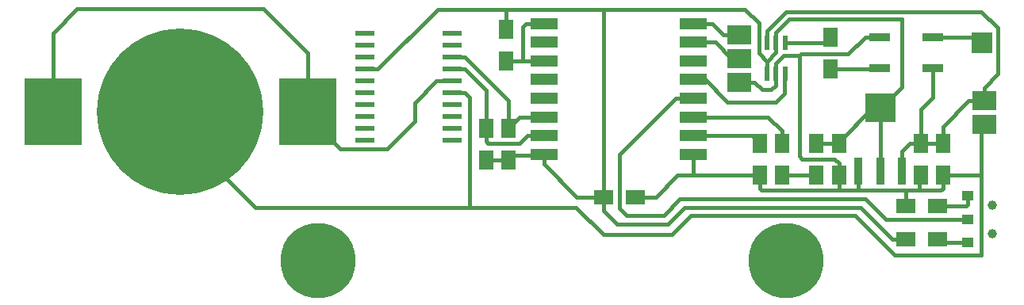
<source format=gtl>
G04 #@! TF.FileFunction,Copper,L1,Top,Signal*
%FSLAX46Y46*%
G04 Gerber Fmt 4.6, Leading zero omitted, Abs format (unit mm)*
G04 Created by KiCad (PCBNEW (2015-05-12 BZR 5652)-product) date Sun 28 Jun 2015 21:23:25 BST*
%MOMM*%
G01*
G04 APERTURE LIST*
%ADD10C,0.100000*%
%ADD11C,8.000000*%
%ADD12R,1.600000X2.000000*%
%ADD13R,2.000000X1.600000*%
%ADD14R,3.000000X1.200000*%
%ADD15R,2.500000X2.000000*%
%ADD16R,2.235200X2.235200*%
%ADD17R,1.200000X1.000000*%
%ADD18C,1.000000*%
%ADD19R,0.950000X3.000000*%
%ADD20R,3.250000X3.150000*%
%ADD21R,2.000000X0.600000*%
%ADD22R,0.550000X1.500000*%
%ADD23R,2.300000X0.900000*%
%ADD24R,6.096000X7.112000*%
%ADD25C,17.780000*%
%ADD26C,0.400000*%
G04 APERTURE END LIST*
D10*
D11*
X32100000Y5400000D03*
D12*
X98800000Y17870000D03*
X98800000Y14470000D03*
X96450000Y17870000D03*
X96450000Y14470000D03*
X87700000Y17870000D03*
X87700000Y14470000D03*
D13*
X62550000Y12170000D03*
X65950000Y12170000D03*
D12*
X85300000Y14470000D03*
X85300000Y17870000D03*
D14*
X56200000Y30720000D03*
X56200000Y28720000D03*
X56200000Y26720000D03*
X56200000Y24720000D03*
X56200000Y22720000D03*
X56200000Y20720000D03*
X56200000Y18720000D03*
X56200000Y16720000D03*
X72200000Y16720000D03*
X72200000Y18720000D03*
X72200000Y22720000D03*
X72200000Y24720000D03*
X72200000Y26720000D03*
X72200000Y28720000D03*
X72200000Y30720000D03*
X72200000Y20720000D03*
D15*
X103200000Y19920000D03*
X103200000Y22460000D03*
D16*
X102950000Y28620000D03*
D15*
X77050000Y29520000D03*
X77050000Y26980000D03*
X77050000Y24440000D03*
D12*
X52200000Y30120000D03*
X52200000Y26720000D03*
X79250000Y17870000D03*
X79250000Y14470000D03*
D13*
X98250000Y7670000D03*
X94850000Y7670000D03*
X94850000Y11170000D03*
X98250000Y11170000D03*
D12*
X86800000Y25870000D03*
X86800000Y29270000D03*
X50050000Y16120000D03*
X50050000Y19520000D03*
X52400000Y16120000D03*
X52400000Y19520000D03*
X81600000Y14470000D03*
X81600000Y17870000D03*
D17*
X101450000Y7270000D03*
X101450000Y9770000D03*
X101450000Y12270000D03*
D18*
X104050000Y8270000D03*
X104050000Y11270000D03*
D19*
X89800000Y14970000D03*
X92100000Y14970000D03*
X94400000Y14970000D03*
D20*
X92100000Y21695000D03*
D21*
X37100000Y29635000D03*
X37100000Y28365000D03*
X37100000Y27095000D03*
X37100000Y25825000D03*
X37100000Y24555000D03*
X37100000Y23285000D03*
X37100000Y22015000D03*
X37100000Y20745000D03*
X37100000Y19475000D03*
X37100000Y18205000D03*
X46400000Y18205000D03*
X46400000Y19475000D03*
X46400000Y20745000D03*
X46400000Y22015000D03*
X46400000Y23285000D03*
X46400000Y24555000D03*
X46400000Y25825000D03*
X46400000Y27095000D03*
X46400000Y28365000D03*
X46400000Y29635000D03*
D22*
X80050000Y25320000D03*
X81000000Y25320000D03*
X81950000Y25320000D03*
X81950000Y28620000D03*
X81000000Y28620000D03*
X80050000Y28620000D03*
D23*
X97750000Y25970000D03*
X97750000Y29270000D03*
X92050000Y25970000D03*
X92050000Y29270000D03*
D24*
X3811000Y21320000D03*
D25*
X17400000Y21320000D03*
D24*
X30989000Y21320000D03*
D11*
X82100000Y5400000D03*
D26*
X44735000Y24555000D02*
X46400000Y24555000D01*
X42400000Y22220000D02*
X44735000Y24555000D01*
X42400000Y20270000D02*
X42400000Y22220000D01*
X39434999Y17304999D02*
X42400000Y20270000D01*
X34496001Y17304999D02*
X39434999Y17304999D01*
X30989000Y20812000D02*
X34496001Y17304999D01*
X30989000Y21320000D02*
X30989000Y20812000D01*
X3811000Y21320000D02*
X3811000Y29681000D01*
X3811000Y29681000D02*
X6400000Y32270000D01*
X6400000Y32270000D02*
X26300000Y32270000D01*
X30989000Y27581000D02*
X30989000Y21320000D01*
X26300000Y32270000D02*
X30989000Y27581000D01*
X87700000Y14470000D02*
X87700000Y15770000D01*
X87700000Y15770000D02*
X87250000Y16220000D01*
X87250000Y16220000D02*
X83800000Y16220000D01*
X83800000Y16220000D02*
X83500021Y16519979D01*
X83500021Y16519979D02*
X83500021Y27269999D01*
X98800000Y14470000D02*
X102900000Y14470000D01*
X102900000Y14470000D02*
X102900000Y14919132D01*
X102900000Y13258225D02*
X102900000Y14919132D01*
X102900000Y14919132D02*
X102900000Y19720000D01*
X96450000Y14470000D02*
X96300000Y14320000D01*
X96300000Y14320000D02*
X96300000Y12920000D01*
X96300000Y12920000D02*
X96249999Y12869999D01*
X98800000Y14470000D02*
X98800000Y13070000D01*
X98800000Y13070000D02*
X98599999Y12869999D01*
X98599999Y12869999D02*
X96249999Y12869999D01*
X83500021Y27269999D02*
X83700023Y27470001D01*
X83700023Y27470001D02*
X88700001Y27470001D01*
X90500000Y29270000D02*
X92050000Y29270000D01*
X88700001Y27470001D02*
X90500000Y29270000D01*
X81000000Y26470000D02*
X81799999Y27269999D01*
X81000000Y25320000D02*
X81000000Y26470000D01*
X79250000Y14270000D02*
X79250000Y14470000D01*
X79250000Y14670000D02*
X79250000Y14470000D01*
X87699999Y12869999D02*
X87370766Y12869999D01*
X87700000Y14470000D02*
X87699999Y12869999D01*
X81799999Y27269999D02*
X83500021Y27269999D01*
X71300000Y16720000D02*
X72200000Y16720000D01*
X72200000Y16720000D02*
X73100000Y16720000D01*
X78700000Y24440000D02*
X77050000Y24440000D01*
X79520000Y23620000D02*
X78700000Y24440000D01*
X80455002Y23620000D02*
X79520000Y23620000D01*
X80925001Y24089999D02*
X80455002Y23620000D01*
X80925001Y25245001D02*
X80925001Y24089999D01*
X81000000Y25320000D02*
X80925001Y25245001D01*
X79250000Y13070000D02*
X79250000Y14470000D01*
X79450001Y12869999D02*
X79250000Y13070000D01*
X87370766Y12869999D02*
X79450001Y12869999D01*
X79250000Y14470000D02*
X73450000Y14470000D01*
X95050000Y11170000D02*
X94850000Y11170000D01*
X72200000Y14470000D02*
X72200000Y16720000D01*
X73450000Y14470000D02*
X72200000Y14470000D01*
X89800000Y12911799D02*
X89758200Y12869999D01*
X89800000Y14970000D02*
X89800000Y12911799D01*
X89758200Y12869999D02*
X87370766Y12869999D01*
X94106197Y12869999D02*
X89758200Y12869999D01*
X96249999Y12869999D02*
X94106197Y12869999D01*
X94850000Y12869999D02*
X94106197Y12869999D01*
X94850000Y11170000D02*
X94850000Y12869999D01*
X70450000Y14470000D02*
X72200000Y14470000D01*
X68150000Y12170000D02*
X70450000Y14470000D01*
X65950000Y12170000D02*
X68150000Y12170000D01*
X103100000Y19920000D02*
X103200000Y19920000D01*
X102900000Y19720000D02*
X103100000Y19920000D01*
X17400000Y19120000D02*
X25450000Y11070000D01*
X17400000Y21320000D02*
X17400000Y19120000D01*
X25450000Y11070000D02*
X50168946Y11070000D01*
X48300000Y11070000D02*
X50168946Y11070000D01*
X48300000Y22785000D02*
X48300000Y11070000D01*
X47800000Y23285000D02*
X48300000Y22785000D01*
X46400000Y23285000D02*
X47800000Y23285000D01*
X50168946Y11070000D02*
X59650000Y11070000D01*
X92050000Y29270000D02*
X91350000Y29270000D01*
X93669998Y5970000D02*
X102900000Y5970000D01*
X71900000Y10170000D02*
X89469998Y10170000D01*
X69900000Y8170000D02*
X71900000Y10170000D01*
X102900000Y5970000D02*
X102900000Y13258225D01*
X62550000Y8170000D02*
X69900000Y8170000D01*
X89469998Y10170000D02*
X93669998Y5970000D01*
X59650000Y11070000D02*
X62550000Y8170000D01*
X80050000Y28620000D02*
X80050000Y29956386D01*
X80050000Y29956386D02*
X82063624Y31970010D01*
X82063624Y31970010D02*
X102915192Y31970010D01*
X102915192Y31970010D02*
X104667601Y30217601D01*
X104667601Y30217601D02*
X104667601Y25327601D01*
X104667601Y25327601D02*
X103200000Y23860000D01*
X103200000Y23860000D02*
X103200000Y22460000D01*
X96450000Y21520000D02*
X97750000Y22820000D01*
X97750000Y22820000D02*
X97750000Y25970000D01*
X96450000Y17870000D02*
X96450000Y21520000D01*
X101550000Y22460000D02*
X103200000Y22460000D01*
X98800000Y19710000D02*
X101550000Y22460000D01*
X98800000Y17870000D02*
X98800000Y19710000D01*
X96450000Y17870000D02*
X98800000Y17870000D01*
X94400000Y16870000D02*
X94400000Y14970000D01*
X94400000Y17020000D02*
X94400000Y16870000D01*
X95250000Y17870000D02*
X94400000Y17020000D01*
X96450000Y17870000D02*
X95250000Y17870000D01*
X103200000Y22570000D02*
X103200000Y22460000D01*
X85300000Y17870000D02*
X87700000Y17870000D01*
X94400000Y31170000D02*
X94400000Y23945000D01*
X94400000Y23945000D02*
X92150000Y21695000D01*
X82394998Y31170000D02*
X94400000Y31170000D01*
X81000000Y28620000D02*
X81000000Y29775002D01*
X81000000Y29775002D02*
X82394998Y31170000D01*
X92150000Y21695000D02*
X92100000Y21695000D01*
X91325000Y21695000D02*
X92100000Y21695000D01*
X87700000Y18070000D02*
X91325000Y21695000D01*
X87700000Y17870000D02*
X87700000Y18070000D01*
X92100000Y19720000D02*
X92100000Y14970000D01*
X92100000Y21695000D02*
X92100000Y19720000D01*
X80050000Y25320000D02*
X80050000Y26656386D01*
X80050000Y26656386D02*
X81000000Y27606386D01*
X81000000Y27606386D02*
X81000000Y28620000D01*
X52200000Y29920000D02*
X52200000Y30120000D01*
X51900000Y30220000D02*
X52200000Y29920000D01*
X52600000Y15920000D02*
X52400000Y16120000D01*
X50050000Y16120000D02*
X52400000Y16120000D01*
X56200000Y16720000D02*
X57100000Y16720000D01*
X79174999Y30725003D02*
X77680002Y32220000D01*
X79174999Y27531387D02*
X79174999Y30725003D01*
X80050000Y26656386D02*
X79174999Y27531387D01*
X77680002Y32220000D02*
X70519998Y32220000D01*
X94850000Y7670000D02*
X95050000Y7670000D01*
X56100000Y16620000D02*
X56200000Y16720000D01*
X52900000Y16620000D02*
X56100000Y16620000D01*
X52400000Y16120000D02*
X52900000Y16620000D01*
X70519998Y32220000D02*
X54100000Y32220000D01*
X38500000Y25825000D02*
X37100000Y25825000D01*
X44895000Y32220000D02*
X38500000Y25825000D01*
X54100000Y32220000D02*
X44895000Y32220000D01*
X52200000Y32220000D02*
X52200000Y30120000D01*
X54100000Y32220000D02*
X52200000Y32220000D01*
X62550000Y13370000D02*
X62550000Y12170000D01*
X62550000Y32220000D02*
X62550000Y13370000D01*
X70519998Y32220000D02*
X62550000Y32220000D01*
X56200000Y15720000D02*
X56200000Y16720000D01*
X59750000Y12170000D02*
X56200000Y15720000D01*
X62550000Y12170000D02*
X59750000Y12170000D01*
X90050000Y11070000D02*
X93450000Y7670000D01*
X71250000Y11070000D02*
X90050000Y11070000D01*
X69450000Y9270000D02*
X71250000Y11070000D01*
X64000000Y9270000D02*
X69450000Y9270000D01*
X62550000Y10720000D02*
X64000000Y9270000D01*
X93450000Y7670000D02*
X94850000Y7670000D01*
X62550000Y12170000D02*
X62550000Y10720000D01*
X56200000Y26720000D02*
X54300000Y26720000D01*
X53961380Y30381380D02*
X53961380Y26720000D01*
X54300000Y30720000D02*
X53961380Y30381380D01*
X56200000Y30720000D02*
X54300000Y30720000D01*
X53961380Y26720000D02*
X52200000Y26720000D01*
X54300000Y26720000D02*
X53961380Y26720000D01*
X81875001Y25245001D02*
X81950000Y25320000D01*
X81875001Y23245001D02*
X81875001Y25245001D01*
X80950000Y22320000D02*
X81875001Y23245001D01*
X75800000Y22320000D02*
X80950000Y22320000D01*
X73400000Y24720000D02*
X75800000Y22320000D01*
X72200000Y24720000D02*
X73400000Y24720000D01*
X55800000Y20320000D02*
X56200000Y20720000D01*
X52400000Y20920000D02*
X52400000Y19520000D01*
X52400000Y22495000D02*
X52400000Y20920000D01*
X47800000Y27095000D02*
X52400000Y22495000D01*
X46400000Y27095000D02*
X47800000Y27095000D01*
X53600000Y20720000D02*
X52400000Y19520000D01*
X56200000Y20720000D02*
X53600000Y20720000D01*
X56200000Y18720000D02*
X54450000Y18720000D01*
X54450000Y18720000D02*
X53649999Y17919999D01*
X53649999Y17919999D02*
X50250001Y17919999D01*
X50250001Y17919999D02*
X50050000Y18120000D01*
X50050000Y18120000D02*
X50050000Y19520000D01*
X56200000Y18720000D02*
X54980002Y18720000D01*
X55000000Y18620000D02*
X54950000Y18670000D01*
X55100000Y18720000D02*
X55000000Y18620000D01*
X56200000Y18720000D02*
X55100000Y18720000D01*
X50050000Y20920000D02*
X50050000Y19520000D01*
X50050000Y23575000D02*
X50050000Y20920000D01*
X47800000Y25825000D02*
X50050000Y23575000D01*
X46400000Y25825000D02*
X47800000Y25825000D01*
X79050000Y18070000D02*
X79250000Y17870000D01*
X78400000Y18720000D02*
X79250000Y17870000D01*
X72200000Y18720000D02*
X78400000Y18720000D01*
X92750001Y9769999D02*
X99349999Y9769999D01*
X90550000Y11970000D02*
X92750001Y9769999D01*
X70750000Y11970000D02*
X90550000Y11970000D01*
X69000000Y10220000D02*
X70750000Y11970000D01*
X65019998Y10220000D02*
X69000000Y10220000D01*
X64250000Y10989998D02*
X65019998Y10220000D01*
X64250000Y16670000D02*
X64250000Y10989998D01*
X99349999Y9769999D02*
X101450000Y9770000D01*
X70300000Y22720000D02*
X64250000Y16670000D01*
X72200000Y22720000D02*
X70300000Y22720000D01*
X74519998Y28720000D02*
X76259998Y26980000D01*
X76259998Y26980000D02*
X77050000Y26980000D01*
X72200000Y28720000D02*
X74519998Y28720000D01*
X76650000Y29920000D02*
X77050000Y29520000D01*
X74100000Y30720000D02*
X72200000Y30720000D01*
X74200000Y30720000D02*
X74100000Y30720000D01*
X75400000Y29520000D02*
X74200000Y30720000D01*
X77050000Y29520000D02*
X75400000Y29520000D01*
X72200000Y20720000D02*
X80150000Y20720000D01*
X80150000Y20720000D02*
X81600000Y19270000D01*
X81600000Y19270000D02*
X81600000Y17870000D01*
X97750000Y29270000D02*
X102300000Y29270000D01*
X102300000Y29270000D02*
X102950000Y28620000D01*
X101150000Y7570000D02*
X101450000Y7270000D01*
X98250000Y7670000D02*
X98350000Y7570000D01*
X98650000Y7270000D02*
X98250000Y7670000D01*
X101450000Y7270000D02*
X98650000Y7270000D01*
X98050000Y11170000D02*
X98250000Y11170000D01*
X101450000Y11370000D02*
X101450000Y12270000D01*
X101250000Y11170000D02*
X101450000Y11370000D01*
X98250000Y11170000D02*
X101250000Y11170000D01*
X86800000Y25870000D02*
X91950000Y25870000D01*
X91950000Y25870000D02*
X92050000Y25970000D01*
X81950000Y28145000D02*
X81950000Y28620000D01*
X86150000Y28620000D02*
X86800000Y29270000D01*
X81950000Y28620000D02*
X86150000Y28620000D01*
X81600000Y14470000D02*
X85300000Y14470000D01*
X85300000Y13989998D02*
X85300000Y14470000D01*
M02*

</source>
